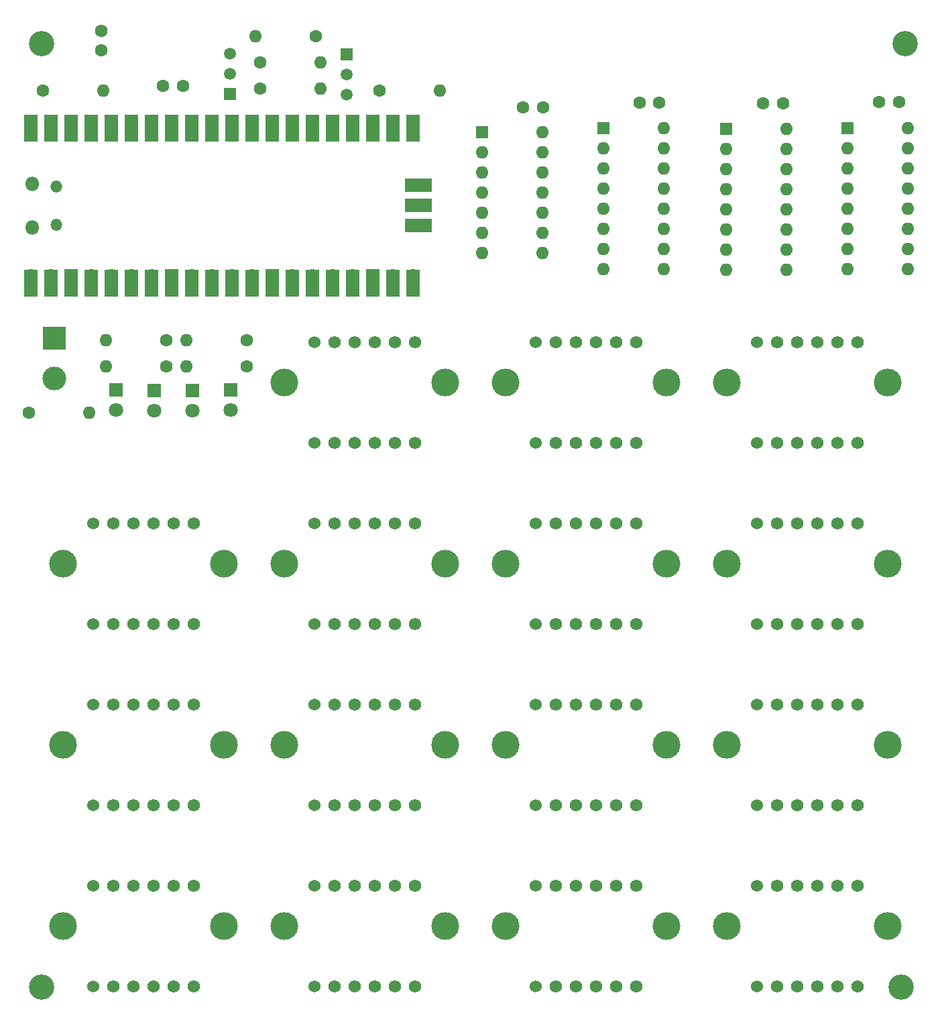
<source format=gbr>
%TF.GenerationSoftware,KiCad,Pcbnew,(6.0.11)*%
%TF.CreationDate,2023-02-20T18:23:07-06:00*%
%TF.ProjectId,HIDPanel,48494450-616e-4656-9c2e-6b696361645f,rev?*%
%TF.SameCoordinates,Original*%
%TF.FileFunction,Soldermask,Top*%
%TF.FilePolarity,Negative*%
%FSLAX46Y46*%
G04 Gerber Fmt 4.6, Leading zero omitted, Abs format (unit mm)*
G04 Created by KiCad (PCBNEW (6.0.11)) date 2023-02-20 18:23:07*
%MOMM*%
%LPD*%
G01*
G04 APERTURE LIST*
%ADD10R,1.600000X1.600000*%
%ADD11O,1.600000X1.600000*%
%ADD12C,1.600000*%
%ADD13C,3.500000*%
%ADD14C,1.560000*%
%ADD15C,1.524000*%
%ADD16O,1.500000X1.500000*%
%ADD17O,1.800000X1.800000*%
%ADD18R,1.700000X3.500000*%
%ADD19O,1.700000X1.700000*%
%ADD20R,1.700000X1.700000*%
%ADD21R,3.500000X1.700000*%
%ADD22R,1.800000X1.800000*%
%ADD23C,1.800000*%
%ADD24R,1.500000X1.500000*%
%ADD25C,1.500000*%
%ADD26C,3.200000*%
%ADD27R,3.000000X3.000000*%
%ADD28C,3.000000*%
G04 APERTURE END LIST*
D10*
%TO.C,U3*%
X160930000Y-32655000D03*
D11*
X160930000Y-35195000D03*
X160930000Y-37735000D03*
X160930000Y-40275000D03*
X160930000Y-42815000D03*
X160930000Y-45355000D03*
X160930000Y-47895000D03*
X160930000Y-50435000D03*
X168550000Y-50435000D03*
X168550000Y-47895000D03*
X168550000Y-45355000D03*
X168550000Y-42815000D03*
X168550000Y-40275000D03*
X168550000Y-37735000D03*
X168550000Y-35195000D03*
X168550000Y-32655000D03*
%TD*%
D12*
%TO.C,R1*%
X105700000Y-59360000D03*
D11*
X98080000Y-59360000D03*
%TD*%
D12*
%TO.C,R6*%
X90170000Y-27940000D03*
D11*
X97790000Y-27940000D03*
%TD*%
D10*
%TO.C,U5*%
X191710000Y-32655000D03*
D11*
X191710000Y-35195000D03*
X191710000Y-37735000D03*
X191710000Y-40275000D03*
X191710000Y-42815000D03*
X191710000Y-45355000D03*
X191710000Y-47895000D03*
X191710000Y-50435000D03*
X199330000Y-50435000D03*
X199330000Y-47895000D03*
X199330000Y-45355000D03*
X199330000Y-42815000D03*
X199330000Y-40275000D03*
X199330000Y-37735000D03*
X199330000Y-35195000D03*
X199330000Y-32655000D03*
%TD*%
D13*
%TO.C,M2*%
X92710000Y-110490000D03*
X113030000Y-110490000D03*
D14*
X99060000Y-118110000D03*
X101600000Y-118110000D03*
X104140000Y-118110000D03*
X106680000Y-118110000D03*
X109220000Y-118110000D03*
X101600000Y-105410000D03*
X99060000Y-105410000D03*
X104140000Y-105410000D03*
X106680000Y-105410000D03*
X109220000Y-105410000D03*
D15*
X96520000Y-105410000D03*
X96520000Y-118110000D03*
%TD*%
D16*
%TO.C,U1*%
X91806000Y-44843000D03*
X91806000Y-39993000D03*
D17*
X88776000Y-45143000D03*
X88776000Y-39693000D03*
D18*
X88646000Y-52208000D03*
D19*
X88646000Y-51308000D03*
D18*
X91186000Y-52208000D03*
D19*
X91186000Y-51308000D03*
D18*
X93726000Y-52208000D03*
D20*
X93726000Y-51308000D03*
D18*
X96266000Y-52208000D03*
D19*
X96266000Y-51308000D03*
D18*
X98806000Y-52208000D03*
D19*
X98806000Y-51308000D03*
D18*
X101346000Y-52208000D03*
D19*
X101346000Y-51308000D03*
D18*
X103886000Y-52208000D03*
D19*
X103886000Y-51308000D03*
D20*
X106426000Y-51308000D03*
D18*
X106426000Y-52208000D03*
X108966000Y-52208000D03*
D19*
X108966000Y-51308000D03*
D18*
X111506000Y-52208000D03*
D19*
X111506000Y-51308000D03*
D18*
X114046000Y-52208000D03*
D19*
X114046000Y-51308000D03*
D18*
X116586000Y-52208000D03*
D19*
X116586000Y-51308000D03*
D20*
X119126000Y-51308000D03*
D18*
X119126000Y-52208000D03*
D19*
X121666000Y-51308000D03*
D18*
X121666000Y-52208000D03*
D19*
X124206000Y-51308000D03*
D18*
X124206000Y-52208000D03*
X126746000Y-52208000D03*
D19*
X126746000Y-51308000D03*
X129286000Y-51308000D03*
D18*
X129286000Y-52208000D03*
D20*
X131826000Y-51308000D03*
D18*
X131826000Y-52208000D03*
X134366000Y-52208000D03*
D19*
X134366000Y-51308000D03*
D18*
X136906000Y-52208000D03*
D19*
X136906000Y-51308000D03*
D18*
X136906000Y-32628000D03*
D19*
X136906000Y-33528000D03*
D18*
X134366000Y-32628000D03*
D19*
X134366000Y-33528000D03*
D20*
X131826000Y-33528000D03*
D18*
X131826000Y-32628000D03*
D19*
X129286000Y-33528000D03*
D18*
X129286000Y-32628000D03*
X126746000Y-32628000D03*
D19*
X126746000Y-33528000D03*
D18*
X124206000Y-32628000D03*
D19*
X124206000Y-33528000D03*
X121666000Y-33528000D03*
D18*
X121666000Y-32628000D03*
X119126000Y-32628000D03*
D20*
X119126000Y-33528000D03*
D18*
X116586000Y-32628000D03*
D19*
X116586000Y-33528000D03*
D18*
X114046000Y-32628000D03*
D19*
X114046000Y-33528000D03*
D18*
X111506000Y-32628000D03*
D19*
X111506000Y-33528000D03*
D18*
X108966000Y-32628000D03*
D19*
X108966000Y-33528000D03*
D20*
X106426000Y-33528000D03*
D18*
X106426000Y-32628000D03*
D19*
X103886000Y-33528000D03*
D18*
X103886000Y-32628000D03*
D19*
X101346000Y-33528000D03*
D18*
X101346000Y-32628000D03*
D19*
X98806000Y-33528000D03*
D18*
X98806000Y-32628000D03*
D19*
X96266000Y-33528000D03*
D18*
X96266000Y-32628000D03*
D20*
X93726000Y-33528000D03*
D18*
X93726000Y-32628000D03*
D19*
X91186000Y-33528000D03*
D18*
X91186000Y-32628000D03*
X88646000Y-32628000D03*
D19*
X88646000Y-33528000D03*
X136676000Y-44958000D03*
D21*
X137576000Y-44958000D03*
D20*
X136676000Y-42418000D03*
D21*
X137576000Y-42418000D03*
D19*
X136676000Y-39878000D03*
D21*
X137576000Y-39878000D03*
%TD*%
D13*
%TO.C,M12*%
X196850000Y-64770000D03*
X176530000Y-64770000D03*
D14*
X182880000Y-72390000D03*
X185420000Y-72390000D03*
X187960000Y-72390000D03*
X193040000Y-72390000D03*
X190500000Y-72390000D03*
X185420000Y-59690000D03*
X182880000Y-59690000D03*
X187960000Y-59690000D03*
X190500000Y-59690000D03*
X193040000Y-59690000D03*
D15*
X180340000Y-59690000D03*
X180340000Y-72390000D03*
%TD*%
D12*
%TO.C,C6*%
X167970000Y-29455000D03*
X165470000Y-29455000D03*
%TD*%
D13*
%TO.C,M10*%
X148590000Y-110490000D03*
X168910000Y-110490000D03*
D14*
X154940000Y-118110000D03*
X157480000Y-118110000D03*
X160020000Y-118110000D03*
X165100000Y-118110000D03*
X162560000Y-118110000D03*
X157480000Y-105410000D03*
X154940000Y-105410000D03*
X160020000Y-105410000D03*
X162560000Y-105410000D03*
X165100000Y-105410000D03*
D15*
X152400000Y-105410000D03*
X152400000Y-118110000D03*
%TD*%
D12*
%TO.C,R7*%
X88340000Y-68550000D03*
D11*
X95960000Y-68550000D03*
%TD*%
D12*
%TO.C,R4*%
X115860000Y-59360000D03*
D11*
X108240000Y-59360000D03*
%TD*%
D22*
%TO.C,D4*%
X113828000Y-65705000D03*
D23*
X113828000Y-68245000D03*
%TD*%
D22*
%TO.C,D2*%
X104176000Y-65710000D03*
D23*
X104176000Y-68250000D03*
%TD*%
D13*
%TO.C,M7*%
X120650000Y-133350000D03*
X140970000Y-133350000D03*
D14*
X127000000Y-140970000D03*
X129540000Y-140970000D03*
X132080000Y-140970000D03*
X137160000Y-140970000D03*
X134620000Y-140970000D03*
X129540000Y-128270000D03*
X127000000Y-128270000D03*
X132080000Y-128270000D03*
X134620000Y-128270000D03*
X137160000Y-128270000D03*
D15*
X124460000Y-128270000D03*
X124460000Y-140970000D03*
%TD*%
D12*
%TO.C,C2*%
X183570000Y-29495000D03*
X181070000Y-29495000D03*
%TD*%
D22*
%TO.C,D3*%
X109002000Y-65710000D03*
D23*
X109002000Y-68250000D03*
%TD*%
D22*
%TO.C,D1*%
X99350000Y-65635000D03*
D23*
X99350000Y-68175000D03*
%TD*%
D12*
%TO.C,R8*%
X117550000Y-27670000D03*
D11*
X125170000Y-27670000D03*
%TD*%
D13*
%TO.C,M4*%
X140970000Y-64770000D03*
X120650000Y-64770000D03*
D14*
X127000000Y-72390000D03*
X129540000Y-72390000D03*
X132080000Y-72390000D03*
X134620000Y-72390000D03*
X137160000Y-72390000D03*
X127000000Y-59690000D03*
X129540000Y-59690000D03*
X132080000Y-59690000D03*
X137160000Y-59690000D03*
X134620000Y-59690000D03*
D15*
X124460000Y-59690000D03*
X124460000Y-72390000D03*
%TD*%
D13*
%TO.C,M15*%
X176530000Y-133350000D03*
X196850000Y-133350000D03*
D14*
X182880000Y-140970000D03*
X185420000Y-140970000D03*
X187960000Y-140970000D03*
X190500000Y-140970000D03*
X193040000Y-140970000D03*
X185420000Y-128270000D03*
X182880000Y-128270000D03*
X187960000Y-128270000D03*
X190500000Y-128270000D03*
X193040000Y-128270000D03*
D15*
X180340000Y-128270000D03*
X180340000Y-140970000D03*
%TD*%
D12*
%TO.C,R2*%
X105700000Y-62662000D03*
D11*
X98080000Y-62662000D03*
%TD*%
D13*
%TO.C,M8*%
X148590000Y-64770000D03*
X168910000Y-64770000D03*
D14*
X157480000Y-72390000D03*
X154940000Y-72390000D03*
X160020000Y-72390000D03*
X165100000Y-72390000D03*
X162560000Y-72390000D03*
X157480000Y-59690000D03*
X154940000Y-59690000D03*
X160020000Y-59690000D03*
X165100000Y-59690000D03*
X162560000Y-59690000D03*
D15*
X152400000Y-59690000D03*
X152400000Y-72390000D03*
%TD*%
D12*
%TO.C,C4*%
X105290000Y-27320000D03*
X107790000Y-27320000D03*
%TD*%
D13*
%TO.C,M6*%
X120650000Y-110490000D03*
X140970000Y-110490000D03*
D14*
X129540000Y-118110000D03*
X127000000Y-118110000D03*
X132080000Y-118110000D03*
X134620000Y-118110000D03*
X137160000Y-118110000D03*
X127000000Y-105410000D03*
X129540000Y-105410000D03*
X132080000Y-105410000D03*
X134620000Y-105410000D03*
X137160000Y-105410000D03*
D15*
X124460000Y-105410000D03*
X124460000Y-118110000D03*
%TD*%
D12*
%TO.C,C3*%
X198220000Y-29375000D03*
X195720000Y-29375000D03*
%TD*%
D13*
%TO.C,M11*%
X148590000Y-133344000D03*
X168910000Y-133344000D03*
D14*
X157480000Y-140964000D03*
X154940000Y-140964000D03*
X160020000Y-140964000D03*
X162560000Y-140964000D03*
X165100000Y-140964000D03*
X157480000Y-128264000D03*
X154940000Y-128264000D03*
X160020000Y-128264000D03*
X165100000Y-128264000D03*
X162560000Y-128264000D03*
D15*
X152400000Y-128264000D03*
X152400000Y-140964000D03*
%TD*%
D12*
%TO.C,R5*%
X124574000Y-21076000D03*
D11*
X116954000Y-21076000D03*
%TD*%
D12*
%TO.C,C1*%
X97536000Y-22860000D03*
X97536000Y-20360000D03*
%TD*%
%TO.C,R10*%
X132670000Y-27930000D03*
D11*
X140290000Y-27930000D03*
%TD*%
D24*
%TO.C,U6*%
X128490000Y-23330000D03*
D25*
X128490000Y-25870000D03*
X128490000Y-28410000D03*
%TD*%
D26*
%TO.C,H1*%
X199000000Y-22000000D03*
%TD*%
D13*
%TO.C,M3*%
X113030000Y-133350000D03*
X92710000Y-133350000D03*
D14*
X101600000Y-140970000D03*
X99060000Y-140970000D03*
X104140000Y-140970000D03*
X109220000Y-140970000D03*
X106680000Y-140970000D03*
X99060000Y-128270000D03*
X101600000Y-128270000D03*
X104140000Y-128270000D03*
X106680000Y-128270000D03*
X109220000Y-128270000D03*
D15*
X96520000Y-128270000D03*
X96520000Y-140970000D03*
%TD*%
D26*
%TO.C,H4*%
X90000000Y-141000000D03*
%TD*%
D12*
%TO.C,C5*%
X153270000Y-29980000D03*
X150770000Y-29980000D03*
%TD*%
%TO.C,R9*%
X117590000Y-24390000D03*
D11*
X125210000Y-24390000D03*
%TD*%
D26*
%TO.C,H3*%
X198488000Y-141000000D03*
%TD*%
D12*
%TO.C,R3*%
X115860000Y-62662000D03*
D11*
X108240000Y-62662000D03*
%TD*%
D13*
%TO.C,M9*%
X148590000Y-87630000D03*
X168910000Y-87630000D03*
D14*
X157480000Y-95250000D03*
X154940000Y-95250000D03*
X160020000Y-95250000D03*
X162560000Y-95250000D03*
X165100000Y-95250000D03*
X154940000Y-82550000D03*
X157480000Y-82550000D03*
X160020000Y-82550000D03*
X165100000Y-82550000D03*
X162560000Y-82550000D03*
D15*
X152400000Y-82550000D03*
X152400000Y-95250000D03*
%TD*%
D13*
%TO.C,M1*%
X92710000Y-87630000D03*
X113030000Y-87630000D03*
D14*
X101600000Y-95250000D03*
X99060000Y-95250000D03*
X104140000Y-95250000D03*
X109220000Y-95250000D03*
X106680000Y-95250000D03*
X101600000Y-82550000D03*
X99060000Y-82550000D03*
X104140000Y-82550000D03*
X106680000Y-82550000D03*
X109220000Y-82550000D03*
D15*
X96520000Y-82550000D03*
X96520000Y-95250000D03*
%TD*%
D24*
%TO.C,Q1*%
X113780000Y-28350000D03*
D25*
X113780000Y-25810000D03*
X113780000Y-23270000D03*
%TD*%
D27*
%TO.C,J1*%
X91560000Y-59140000D03*
D28*
X91560000Y-64220000D03*
%TD*%
D10*
%TO.C,U2*%
X145550000Y-33190000D03*
D11*
X145550000Y-35730000D03*
X145550000Y-38270000D03*
X145550000Y-40810000D03*
X145550000Y-43350000D03*
X145550000Y-45890000D03*
X145550000Y-48430000D03*
X153170000Y-48430000D03*
X153170000Y-45890000D03*
X153170000Y-43350000D03*
X153170000Y-40810000D03*
X153170000Y-38270000D03*
X153170000Y-35730000D03*
X153170000Y-33190000D03*
%TD*%
D26*
%TO.C,H2*%
X90000000Y-22000000D03*
%TD*%
D13*
%TO.C,M14*%
X196850000Y-110490000D03*
X176530000Y-110490000D03*
D14*
X185420000Y-118110000D03*
X182880000Y-118110000D03*
X187960000Y-118110000D03*
X193040000Y-118110000D03*
X190500000Y-118110000D03*
X182880000Y-105410000D03*
X185420000Y-105410000D03*
X187960000Y-105410000D03*
X190500000Y-105410000D03*
X193040000Y-105410000D03*
D15*
X180340000Y-105410000D03*
X180340000Y-118110000D03*
%TD*%
D10*
%TO.C,U4*%
X176400000Y-32725000D03*
D11*
X176400000Y-35265000D03*
X176400000Y-37805000D03*
X176400000Y-40345000D03*
X176400000Y-42885000D03*
X176400000Y-45425000D03*
X176400000Y-47965000D03*
X176400000Y-50505000D03*
X184020000Y-50505000D03*
X184020000Y-47965000D03*
X184020000Y-45425000D03*
X184020000Y-42885000D03*
X184020000Y-40345000D03*
X184020000Y-37805000D03*
X184020000Y-35265000D03*
X184020000Y-32725000D03*
%TD*%
D13*
%TO.C,M13*%
X196850000Y-87630000D03*
X176530000Y-87630000D03*
D14*
X182880000Y-95250000D03*
X185420000Y-95250000D03*
X187960000Y-95250000D03*
X190500000Y-95250000D03*
X193040000Y-95250000D03*
X185420000Y-82550000D03*
X182880000Y-82550000D03*
X187960000Y-82550000D03*
X190500000Y-82550000D03*
X193040000Y-82550000D03*
D15*
X180340000Y-82550000D03*
X180340000Y-95250000D03*
%TD*%
D13*
%TO.C,M5*%
X140970000Y-87630000D03*
X120650000Y-87630000D03*
D14*
X129540000Y-95250000D03*
X127000000Y-95250000D03*
X132080000Y-95250000D03*
X137160000Y-95250000D03*
X134620000Y-95250000D03*
X129540000Y-82550000D03*
X127000000Y-82550000D03*
X132080000Y-82550000D03*
X134620000Y-82550000D03*
X137160000Y-82550000D03*
D15*
X124460000Y-82550000D03*
X124460000Y-95250000D03*
%TD*%
M02*

</source>
